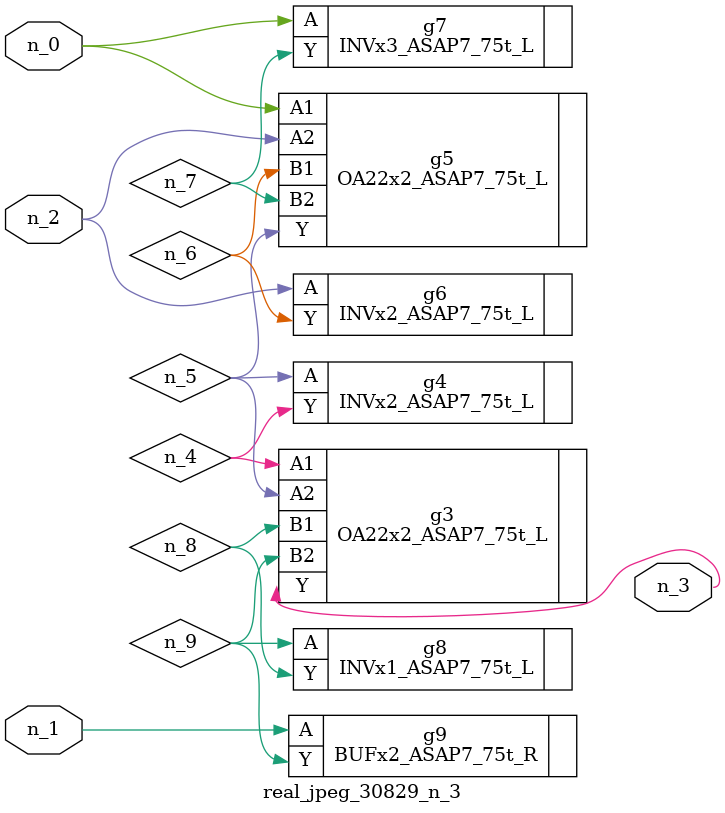
<source format=v>
module real_jpeg_30829_n_3 (n_1, n_0, n_2, n_3);

input n_1;
input n_0;
input n_2;

output n_3;

wire n_5;
wire n_4;
wire n_8;
wire n_6;
wire n_7;
wire n_9;

OA22x2_ASAP7_75t_L g5 ( 
.A1(n_0),
.A2(n_2),
.B1(n_6),
.B2(n_7),
.Y(n_5)
);

INVx3_ASAP7_75t_L g7 ( 
.A(n_0),
.Y(n_7)
);

BUFx2_ASAP7_75t_R g9 ( 
.A(n_1),
.Y(n_9)
);

INVx2_ASAP7_75t_L g6 ( 
.A(n_2),
.Y(n_6)
);

OA22x2_ASAP7_75t_L g3 ( 
.A1(n_4),
.A2(n_5),
.B1(n_8),
.B2(n_9),
.Y(n_3)
);

INVx2_ASAP7_75t_L g4 ( 
.A(n_5),
.Y(n_4)
);

INVx1_ASAP7_75t_L g8 ( 
.A(n_9),
.Y(n_8)
);


endmodule
</source>
